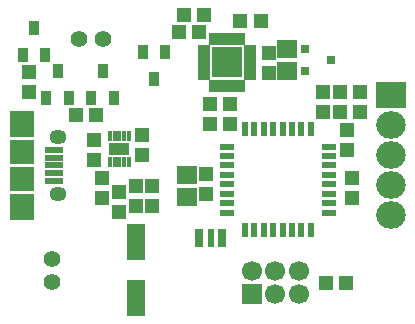
<source format=gbr>
G04 DipTrace 2.4.0.2*
%INTopMask.gbr*%
%MOIN*%
%ADD35C,0.056*%
%ADD37R,0.05X0.022*%
%ADD38R,0.022X0.05*%
%ADD69R,0.063X0.1201*%
%ADD71R,0.0236X0.0591*%
%ADD73R,0.0315X0.0591*%
%ADD75R,0.0709X0.0394*%
%ADD77O,0.015X0.0374*%
%ADD79R,0.0315X0.0276*%
%ADD81R,0.0827X0.0787*%
%ADD83R,0.061X0.0236*%
%ADD85R,0.0827X0.0866*%
%ADD87O,0.0571X0.0492*%
%ADD89O,0.0984X0.0906*%
%ADD91R,0.0984X0.0906*%
%ADD93R,0.0335X0.0492*%
%ADD95R,0.1043X0.1043*%
%ADD97R,0.0197X0.0413*%
%ADD99R,0.0413X0.0197*%
%ADD107C,0.0669*%
%ADD109R,0.0669X0.0669*%
%ADD111R,0.0512X0.0472*%
%ADD113R,0.0669X0.0591*%
%ADD115R,0.0472X0.0512*%
%FSLAX44Y44*%
G04*
G70*
G90*
G75*
G01*
%LNTopMask*%
%LPD*%
D115*
X560Y7735D3*
Y8405D3*
X6430Y4335D3*
Y5005D3*
X11310Y4215D3*
Y4885D3*
D113*
X5810Y4236D3*
Y4984D3*
D115*
X6580Y6675D3*
Y7345D3*
X7250Y6675D3*
Y7345D3*
X8540Y8395D3*
Y9065D3*
D111*
X7595Y10100D3*
X8265D3*
D109*
X7963Y1006D3*
D107*
X8750D3*
X9537D3*
Y1794D3*
X8750D3*
X7963D3*
D35*
X1328Y2194D3*
Y1406D3*
X3014Y9522D3*
X2226D3*
D37*
X7150Y5932D3*
Y5617D3*
Y5302D3*
Y4987D3*
Y4673D3*
Y4358D3*
Y4043D3*
Y3728D3*
D38*
X7738Y3140D3*
X8053D3*
X8368D3*
X8683D3*
X8997D3*
X9312D3*
X9627D3*
X9942D3*
D37*
X10530Y3728D3*
Y4043D3*
Y4358D3*
Y4673D3*
Y4987D3*
Y5302D3*
Y5617D3*
Y5932D3*
D38*
X9942Y6520D3*
X9627D3*
X9312D3*
X8997D3*
X8683D3*
X8368D3*
X8053D3*
X7738D3*
D99*
X6365Y9232D3*
X6364Y9035D3*
Y8838D3*
Y8642D3*
Y8445D3*
Y8248D3*
D97*
X6648Y7964D3*
X6845D3*
X7042D3*
X7238D3*
X7435D3*
X7632D3*
D99*
X7916Y8248D3*
Y8445D3*
Y8642D3*
Y8838D3*
Y9035D3*
Y9232D3*
D97*
X7632Y9516D3*
X7435D3*
X7238D3*
X7042D3*
X6845D3*
X6648D3*
D95*
X7140Y8740D3*
D115*
X2980Y4215D3*
Y4885D3*
D93*
X1126Y7537D3*
X1874D3*
X1500Y8443D3*
D111*
X5535Y9740D3*
X6205D3*
X5715Y10320D3*
X6385D3*
D115*
X4300Y5655D3*
Y6325D3*
X2710Y6165D3*
Y5495D3*
D91*
X12610Y7640D3*
D89*
Y6640D3*
Y5640D3*
Y4640D3*
Y3640D3*
D87*
X1504Y6265D3*
X1505Y4355D3*
D85*
X323Y6698D3*
Y3922D3*
D83*
X1379Y5822D3*
Y5566D3*
Y5310D3*
Y5054D3*
Y4798D3*
D81*
X325Y5764D3*
Y4858D3*
D79*
X9737Y9184D3*
Y8436D3*
X10603Y8809D3*
D77*
X3245Y5417D3*
X3403D3*
X3560D3*
X3717D3*
X3875D3*
Y6283D3*
X3717D3*
X3560D3*
X3403D3*
X3245D3*
D75*
X3560Y5850D3*
D73*
X6226Y2890D3*
D71*
X6600D3*
D73*
X6974D3*
D93*
X336Y8977D3*
X1084D3*
X710Y9883D3*
X2626Y7537D3*
X3374D3*
X3000Y8443D3*
X5094Y9093D3*
X4346D3*
X4720Y8187D3*
D111*
X2105Y6990D3*
X2775D3*
D69*
X4100Y2766D3*
Y874D3*
D115*
X3530Y3755D3*
Y4425D3*
X4110Y4615D3*
Y3945D3*
X4660Y4615D3*
Y3945D3*
X11130Y6495D3*
Y5825D3*
X10350Y7755D3*
Y7085D3*
D111*
X11585Y7090D3*
X10915D3*
X11585Y7760D3*
X10915D3*
X11105Y1390D3*
X10435D3*
D113*
X9160Y9194D3*
Y8446D3*
M02*

</source>
